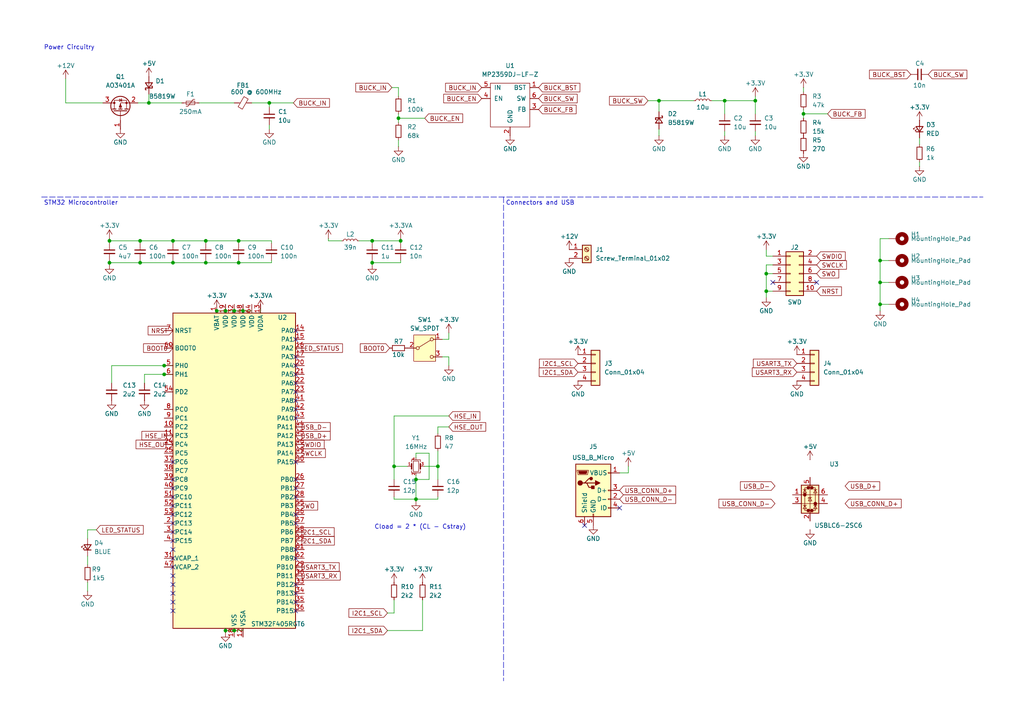
<source format=kicad_sch>
(kicad_sch (version 20250114) (generator "eeschema") (generator_version "9.0")
  (paper "A4")
  (title_block (title "STM32F4 Test Board") (date "2020-09-25") (rev "2.0") (company "Phil's Lab"))
  (lib_symbols
    (symbol "Connector:Screw_Terminal_01x02" (pin_names (offset 1.016) (hide yes))
      (property "Reference" "J" (at 0 2.54 0))
      (property "Value" "Screw_Terminal_01x02" (at 0 -5.08 0))
      (symbol "Screw_Terminal_01x02_1_1"
        (pin passive line (at -5.08 0 0) (length 3.81) (name "Pin_1") (number "1"))
        (pin passive line (at -5.08 -2.54 0) (length 3.81) (name "Pin_2") (number "2"))
      )
    )
    (symbol "Connector:USB_B_Micro" (pin_names (offset 1.016))
      (property "Reference" "J" (at -5.08 11.43 0))
      (property "Value" "USB_B_Micro" (at -5.08 8.89 0))
      (symbol "USB_B_Micro_1_1"
        (pin passive line (at -2.54 -10.16 90) (length 2.54) (name "Shield") (number "6"))
        (pin power_out line (at 0 -10.16 90) (length 2.54) (name "GND") (number "5"))
        (pin power_out line (at 7.62 5.08 180) (length 2.54) (name "VBUS") (number "1"))
        (pin bidirectional line (at 7.62 0 180) (length 2.54) (name "D+") (number "3"))
        (pin bidirectional line (at 7.62 -2.54 180) (length 2.54) (name "D-") (number "2"))
        (pin passive line (at 7.62 -5.08 180) (length 2.54) (name "ID") (number "4"))
      )
    )
    (symbol "Connector_Generic:Conn_01x04" (pin_names (offset 1.016) (hide yes))
      (property "Reference" "J" (at 0 5.08 0))
      (property "Value" "Conn_01x04" (at 0 -7.62 0))
      (symbol "Conn_01x04_1_1"
        (pin passive line (at -5.08 2.54 0) (length 3.81) (name "Pin_1") (number "1"))
        (pin passive line (at -5.08 0 0) (length 3.81) (name "Pin_2") (number "2"))
        (pin passive line (at -5.08 -2.54 0) (length 3.81) (name "Pin_3") (number "3"))
        (pin passive line (at -5.08 -5.08 0) (length 3.81) (name "Pin_4") (number "4"))
      )
    )
    (symbol "Connector_Generic:Conn_02x05_Odd_Even" (pin_names (offset 1.016) (hide yes))
      (property "Reference" "J" (at 1.27 7.62 0))
      (property "Value" "Conn_02x05_Odd_Even" (at 1.27 -7.62 0))
      (symbol "Conn_02x05_Odd_Even_1_1"
        (pin passive line (at -5.08 5.08 0) (length 3.81) (name "Pin_1") (number "1"))
        (pin passive line (at -5.08 2.54 0) (length 3.81) (name "Pin_3") (number "3"))
        (pin passive line (at -5.08 0 0) (length 3.81) (name "Pin_5") (number "5"))
        (pin passive line (at -5.08 -2.54 0) (length 3.81) (name "Pin_7") (number "7"))
        (pin passive line (at -5.08 -5.08 0) (length 3.81) (name "Pin_9") (number "9"))
        (pin passive line (at 7.62 5.08 180) (length 3.81) (name "Pin_2") (number "2"))
        (pin passive line (at 7.62 2.54 180) (length 3.81) (name "Pin_4") (number "4"))
        (pin passive line (at 7.62 0 180) (length 3.81) (name "Pin_6") (number "6"))
        (pin passive line (at 7.62 -2.54 180) (length 3.81) (name "Pin_8") (number "8"))
        (pin passive line (at 7.62 -5.08 180) (length 3.81) (name "Pin_10") (number "10"))
      )
    )
    (symbol "Device:C_Small" (pin_numbers (hide yes)) (pin_names (offset 0.254) (hide yes))
      (property "Reference" "C" (at 0.254 1.778 0))
      (property "Value" "C_Small" (at 0.254 -2.032 0))
      (symbol "C_Small_1_1"
        (pin passive line (at 0 2.54 270) (length 2.032) (name "~") (number "1"))
        (pin passive line (at 0 -2.54 90) (length 2.032) (name "~") (number "2"))
      )
    )
    (symbol "Device:Crystal_GND24_Small" (pin_names (offset 1.016) (hide yes))
      (property "Reference" "Y" (at 1.27 4.445 0))
      (property "Value" "Crystal_GND24_Small" (at 1.27 2.54 0))
      (symbol "Crystal_GND24_Small_1_1"
        (pin passive line (at -2.54 0 0) (length 1.27) (name "1") (number "1"))
        (pin passive line (at 0 2.54 270) (length 0.635) (name "4") (number "4"))
        (pin passive line (at 0 -2.54 90) (length 0.635) (name "2") (number "2"))
        (pin passive line (at 2.54 0 180) (length 1.27) (name "3") (number "3"))
      )
    )
    (symbol "Device:D_Schottky_Small" (pin_numbers (hide yes)) (pin_names (offset 0.254) (hide yes))
      (property "Reference" "D" (at -1.27 2.032 0))
      (property "Value" "D_Schottky_Small" (at -7.112 -2.032 0))
      (symbol "D_Schottky_Small_1_1"
        (pin passive line (at -2.54 0 0) (length 1.778) (name "K") (number "1"))
        (pin passive line (at 2.54 0 180) (length 1.778) (name "A") (number "2"))
      )
    )
    (symbol "Device:Ferrite_Bead_Small" (pin_numbers (hide yes)) (pin_names (offset 0))
      (property "Reference" "FB" (at 1.905 1.27 0))
      (property "Value" "Device_Ferrite_Bead_Small" (at 1.905 -1.27 0))
      (symbol "Ferrite_Bead_Small_1_1"
        (pin passive line (at 0 2.54 270) (length 1.27) (name "~") (number "1"))
        (pin passive line (at 0 -2.54 90) (length 1.27) (name "~") (number "2"))
      )
    )
    (symbol "Device:LED_Small" (pin_numbers (hide yes)) (pin_names (offset 0.254) (hide yes))
      (property "Reference" "D" (at -1.27 3.175 0))
      (property "Value" "LED_Small" (at -4.445 -2.54 0))
      (symbol "LED_Small_1_1"
        (pin passive line (at -2.54 0 0) (length 1.778) (name "K") (number "1"))
        (pin passive line (at 2.54 0 180) (length 1.778) (name "A") (number "2"))
      )
    )
    (symbol "Device:L_Small" (pin_numbers (hide yes)) (pin_names (offset 0.254) (hide yes))
      (property "Reference" "L" (at 0.762 1.016 0))
      (property "Value" "L_Small" (at 0.762 -1.016 0))
      (symbol "L_Small_1_1"
        (pin passive line (at 0 2.54 270) (length 0.508) (name "~") (number "1"))
        (pin passive line (at 0 -2.54 90) (length 0.508) (name "~") (number "2"))
      )
    )
    (symbol "Device:Polyfuse_Small" (pin_numbers (hide yes)) (pin_names (offset 0))
      (property "Reference" "F" (at -1.905 0 90))
      (property "Value" "Polyfuse_Small" (at 1.905 0 90))
      (symbol "Polyfuse_Small_1_1"
        (pin passive line (at 0 2.54 270) (length 0.635) (name "~") (number "1"))
        (pin passive line (at 0 -2.54 90) (length 0.635) (name "~") (number "2"))
      )
    )
    (symbol "Device:R_Small" (pin_numbers (hide yes)) (pin_names (offset 0.254) (hide yes))
      (property "Reference" "R" (at 0 0 90))
      (property "Value" "R_Small" (at 1.778 0 90))
      (symbol "R_Small_1_1"
        (pin passive line (at 0 2.54 270) (length 0.762) (name "~") (number "1"))
        (pin passive line (at 0 -2.54 90) (length 0.762) (name "~") (number "2"))
      )
    )
    (symbol "MCU_ST_STM32F4:STM32F405RGTx"
      (property "Reference" "U" (at -17.78 46.99 0))
      (property "Value" "STM32F405RGTx" (at 10.16 46.99 0))
      (symbol "STM32F405RGTx_1_1"
        (pin input line (at -20.32 40.64 0) (length 2.54) (name "NRST") (number "7"))
        (pin input line (at -20.32 35.56 0) (length 2.54) (name "BOOT0") (number "60"))
        (pin bidirectional line (at -20.32 30.48 0) (length 2.54) (name "PH0") (number "5"))
        (pin bidirectional line (at -20.32 27.94 0) (length 2.54) (name "PH1") (number "6"))
        (pin bidirectional line (at -20.32 22.86 0) (length 2.54) (name "PD2") (number "54"))
        (pin bidirectional line (at -20.32 17.78 0) (length 2.54) (name "PC0") (number "8"))
        (pin bidirectional line (at -20.32 15.24 0) (length 2.54) (name "PC1") (number "9"))
        (pin bidirectional line (at -20.32 12.7 0) (length 2.54) (name "PC2") (number "10"))
        (pin bidirectional line (at -20.32 10.16 0) (length 2.54) (name "PC3") (number "11"))
        (pin bidirectional line (at -20.32 7.62 0) (length 2.54) (name "PC4") (number "24"))
        (pin bidirectional line (at -20.32 5.08 0) (length 2.54) (name "PC5") (number "25"))
        (pin bidirectional line (at -20.32 2.54 0) (length 2.54) (name "PC6") (number "37"))
        (pin bidirectional line (at -20.32 0 0) (length 2.54) (name "PC7") (number "38"))
        (pin bidirectional line (at -20.32 -2.54 0) (length 2.54) (name "PC8") (number "39"))
        (pin bidirectional line (at -20.32 -5.08 0) (length 2.54) (name "PC9") (number "40"))
        (pin bidirectional line (at -20.32 -7.62 0) (length 2.54) (name "PC10") (number "51"))
        (pin bidirectional line (at -20.32 -10.16 0) (length 2.54) (name "PC11") (number "52"))
        (pin bidirectional line (at -20.32 -12.7 0) (length 2.54) (name "PC12") (number "53"))
        (pin bidirectional line (at -20.32 -15.24 0) (length 2.54) (name "PC13") (number "2"))
        (pin bidirectional line (at -20.32 -17.78 0) (length 2.54) (name "PC14") (number "3"))
        (pin bidirectional line (at -20.32 -20.32 0) (length 2.54) (name "PC15") (number "4"))
        (pin power_out line (at -20.32 -25.4 0) (length 2.54) (name "VCAP_1") (number "31"))
        (pin power_out line (at -20.32 -27.94 0) (length 2.54) (name "VCAP_2") (number "47"))
        (pin power_in line (at -5.08 48.26 270) (length 2.54) (name "VBAT") (number "1"))
        (pin power_in line (at -2.54 48.26 270) (length 2.54) (name "VDD") (number "19"))
        (pin power_in line (at 0 48.26 270) (length 2.54) (name "VDD") (number "32"))
        (pin power_in line (at 0 -48.26 90) (length 2.54) (name "VSS") (number "18"))
        (pin passive line (at 0 -48.26 90) (length 2.54) (hide yes) (name "VSS") (number "63"))
        (pin power_in line (at 2.54 48.26 270) (length 2.54) (name "VDD") (number "48"))
        (pin power_in line (at 2.54 -48.26 90) (length 2.54) (name "VSSA") (number "12"))
        (pin power_in line (at 5.08 48.26 270) (length 2.54) (name "VDD") (number "64"))
        (pin power_in line (at 7.62 48.26 270) (length 2.54) (name "VDDA") (number "13"))
        (pin bidirectional line (at 20.32 40.64 180) (length 2.54) (name "PA0") (number "14"))
        (pin bidirectional line (at 20.32 38.1 180) (length 2.54) (name "PA1") (number "15"))
        (pin bidirectional line (at 20.32 35.56 180) (length 2.54) (name "PA2") (number "16"))
        (pin bidirectional line (at 20.32 33.02 180) (length 2.54) (name "PA3") (number "17"))
        (pin bidirectional line (at 20.32 30.48 180) (length 2.54) (name "PA4") (number "20"))
        (pin bidirectional line (at 20.32 27.94 180) (length 2.54) (name "PA5") (number "21"))
        (pin bidirectional line (at 20.32 25.4 180) (length 2.54) (name "PA6") (number "22"))
        (pin bidirectional line (at 20.32 22.86 180) (length 2.54) (name "PA7") (number "23"))
        (pin bidirectional line (at 20.32 20.32 180) (length 2.54) (name "PA8") (number "41"))
        (pin bidirectional line (at 20.32 17.78 180) (length 2.54) (name "PA9") (number "42"))
        (pin bidirectional line (at 20.32 15.24 180) (length 2.54) (name "PA10") (number "43"))
        (pin bidirectional line (at 20.32 12.7 180) (length 2.54) (name "PA11") (number "44"))
        (pin bidirectional line (at 20.32 10.16 180) (length 2.54) (name "PA12") (number "45"))
        (pin bidirectional line (at 20.32 7.62 180) (length 2.54) (name "PA13") (number "46"))
        (pin bidirectional line (at 20.32 5.08 180) (length 2.54) (name "PA14") (number "49"))
        (pin bidirectional line (at 20.32 2.54 180) (length 2.54) (name "PA15") (number "50"))
        (pin bidirectional line (at 20.32 -2.54 180) (length 2.54) (name "PB0") (number "26"))
        (pin bidirectional line (at 20.32 -5.08 180) (length 2.54) (name "PB1") (number "27"))
        (pin bidirectional line (at 20.32 -7.62 180) (length 2.54) (name "PB2") (number "28"))
        (pin bidirectional line (at 20.32 -10.16 180) (length 2.54) (name "PB3") (number "55"))
        (pin bidirectional line (at 20.32 -12.7 180) (length 2.54) (name "PB4") (number "56"))
        (pin bidirectional line (at 20.32 -15.24 180) (length 2.54) (name "PB5") (number "57"))
        (pin bidirectional line (at 20.32 -17.78 180) (length 2.54) (name "PB6") (number "58"))
        (pin bidirectional line (at 20.32 -20.32 180) (length 2.54) (name "PB7") (number "59"))
        (pin bidirectional line (at 20.32 -22.86 180) (length 2.54) (name "PB8") (number "61"))
        (pin bidirectional line (at 20.32 -25.4 180) (length 2.54) (name "PB9") (number "62"))
        (pin bidirectional line (at 20.32 -27.94 180) (length 2.54) (name "PB10") (number "29"))
        (pin bidirectional line (at 20.32 -30.48 180) (length 2.54) (name "PB11") (number "30"))
        (pin bidirectional line (at 20.32 -33.02 180) (length 2.54) (name "PB12") (number "33"))
        (pin bidirectional line (at 20.32 -35.56 180) (length 2.54) (name "PB13") (number "34"))
        (pin bidirectional line (at 20.32 -38.1 180) (length 2.54) (name "PB14") (number "35"))
        (pin bidirectional line (at 20.32 -40.64 180) (length 2.54) (name "PB15") (number "36"))
      )
    )
    (symbol "Mechanical:MountingHole_Pad" (pin_numbers (hide yes)) (pin_names (offset 1.016) (hide yes)) (in_bom no)
      (property "Reference" "H" (at 0 6.35 0))
      (property "Value" "MountingHole_Pad" (at 0 4.445 0))
      (symbol "MountingHole_Pad_1_1"
        (pin input line (at 0 -2.54 90) (length 2.54) (name "1") (number "1"))
      )
    )
    (symbol "Power_Protection:USBLC6-2SC6" (pin_names (hide yes))
      (property "Reference" "U" (at 0.635 5.715 0))
      (property "Value" "USBLC6-2SC6" (at 0.635 3.81 0))
      (symbol "USBLC6-2SC6_1_1"
        (pin passive line (at -5.08 0 0) (length 2.54) (name "I/O1") (number "1"))
        (pin passive line (at -5.08 -2.54 0) (length 2.54) (name "I/O2") (number "3"))
        (pin passive line (at 0 5.08 270) (length 2.54) (name "VBUS") (number "5"))
        (pin passive line (at 0 -7.62 90) (length 2.54) (name "GND") (number "2"))
        (pin passive line (at 5.08 0 180) (length 2.54) (name "I/O1") (number "6"))
        (pin passive line (at 5.08 -2.54 180) (length 2.54) (name "I/O2") (number "4"))
      )
    )
    (symbol "SchmillipKiCADLibrary:MP2359DJ-LF-Z" (pin_names (offset 1.016))
      (property "Reference" "U" (at 0 9.525 0))
      (property "Value" "SchmillipKiCADLibrary_MP2359DJ-LF-Z" (at 10.16 -6.35 0))
      (symbol "MP2359DJ-LF-Z_1_1"
        (pin power_in line (at -8.255 6.35 0) (length 2.54) (name "IN") (number "5"))
        (pin input line (at -8.255 3.175 0) (length 2.54) (name "EN") (number "4"))
        (pin power_in line (at 0 -7.62 90) (length 2.54) (name "GND") (number "2"))
        (pin input line (at 8.255 6.35 180) (length 2.54) (name "BST") (number "1"))
        (pin power_out line (at 8.255 3.175 180) (length 2.54) (name "SW") (number "6"))
        (pin input line (at 8.255 0 180) (length 2.54) (name "FB") (number "3"))
      )
    )
    (symbol "Switch:SW_SPDT" (pin_names (offset 0) (hide yes))
      (property "Reference" "SW" (at 0 5.08 0))
      (property "Value" "SW_SPDT" (at 0 -5.08 0))
      (symbol "SW_SPDT_1_1"
        (pin passive line (at -5.08 0 0) (length 2.54) (name "B") (number "2"))
        (pin passive line (at 5.08 2.54 180) (length 2.54) (name "A") (number "1"))
        (pin passive line (at 5.08 -2.54 180) (length 2.54) (name "C") (number "3"))
      )
    )
    (symbol "Transistor_FET:AO3401A" (pin_names (hide yes))
      (property "Reference" "Q" (at 5.08 1.905 0))
      (property "Value" "AO3401A" (at 5.08 0 0))
      (symbol "AO3401A_1_1"
        (pin input line (at -5.08 0 0) (length 2.54) (name "G") (number "1"))
        (pin passive line (at 2.54 5.08 270) (length 2.54) (name "D") (number "3"))
        (pin passive line (at 2.54 -5.08 90) (length 2.54) (name "S") (number "2"))
      )
    )
    (symbol "power:+12V" (power) (pin_numbers (hide yes)) (pin_names (offset 0) (hide yes))
      (property "Value" "+12V" (at 0 3.556 0))
      (symbol "+12V_1_1"
        (pin power_in line (at 0 0 90) (length 0) (name "~") (number "1"))
      )
    )
    (symbol "power:+3.3V" (power) (pin_numbers (hide yes)) (pin_names (offset 0) (hide yes))
      (property "Value" "+3.3V" (at 0 3.556 0))
      (symbol "+3.3V_1_1"
        (pin power_in line (at 0 0 90) (length 0) (name "~") (number "1"))
      )
    )
    (symbol "power:+3.3VA" (power) (pin_numbers (hide yes)) (pin_names (offset 0) (hide yes))
      (property "Value" "+3.3VA" (at 0 3.556 0))
      (symbol "+3.3VA_1_1"
        (pin power_in line (at 0 0 90) (length 0) (name "~") (number "1"))
      )
    )
    (symbol "power:+5V" (power) (pin_numbers (hide yes)) (pin_names (offset 0) (hide yes))
      (property "Value" "+5V" (at 0 3.556 0))
      (symbol "+5V_1_1"
        (pin power_in line (at 0 0 90) (length 0) (name "~") (number "1"))
      )
    )
    (symbol "power:GND" (power) (pin_numbers (hide yes)) (pin_names (offset 0) (hide yes))
      (property "Value" "GND" (at 0 -3.81 0))
      (symbol "GND_1_1"
        (pin power_in line (at 0 0 270) (length 0) (name "~") (number "1"))
      )
    )
  )
  (text "STM32 Microcontroller" (at 12.7 59.69 0) (effects (font (size 1.27 1.27)) (justify left bottom)))
  (text "Power Circuitry" (at 12.7 14.605 0) (effects (font (size 1.27 1.27)) (justify left bottom)))
  (text "Cload = 2 * (CL - Cstray)" (at 108.585 153.67 0) (effects (font (size 1.27 1.27)) (justify left bottom)))
  (text "Connectors and USB" (at 146.685 59.69 0) (effects (font (size 1.27 1.27)) (justify left bottom)))
  (junction (at 31.75 76.2))
  (junction (at 47.625 106.045))
  (junction (at 67.945 182.88))
  (junction (at 50.165 69.85))
  (junction (at 69.215 76.2))
  (junction (at 40.64 76.2))
  (junction (at 255.27 88.265))
  (junction (at 127 135.255))
  (junction (at 50.165 76.2))
  (junction (at 65.405 182.88))
  (junction (at 62.865 90.17))
  (junction (at 40.64 69.85))
  (junction (at 43.18 29.845))
  (junction (at 59.69 76.2))
  (junction (at 67.945 90.17))
  (junction (at 191.135 29.21))
  (junction (at 219.075 29.21))
  (junction (at 70.485 90.17))
  (junction (at 116.205 69.85))
  (junction (at 69.215 69.85))
  (junction (at 114.3 135.255))
  (junction (at 210.185 29.21))
  (junction (at 78.105 29.845))
  (junction (at 59.69 69.85))
  (junction (at 107.95 69.85))
  (junction (at 255.27 75.565))
  (junction (at 255.27 81.915))
  (junction (at 222.25 79.375))
  (junction (at 120.65 144.78))
  (junction (at 107.95 76.2))
  (junction (at 31.75 69.85))
  (junction (at 222.25 84.455))
  (junction (at 120.65 139.065))
  (junction (at 47.625 108.585))
  (junction (at 65.405 90.17))
  (junction (at 233.045 33.02))
  (junction (at 115.57 34.29))
  (no_connect (at 50.165 169.545))
  (no_connect (at 85.725 133.985))
  (no_connect (at 85.725 139.065))
  (no_connect (at 85.725 98.425))
  (no_connect (at 85.725 106.045))
  (no_connect (at 224.155 81.915))
  (no_connect (at 50.165 161.925))
  (no_connect (at 85.725 177.165))
  (no_connect (at 85.725 151.765))
  (no_connect (at 169.545 152.4))
  (no_connect (at 50.165 167.005))
  (no_connect (at 50.165 133.985))
  (no_connect (at 85.725 95.885))
  (no_connect (at 236.855 81.915))
  (no_connect (at 85.725 121.285))
  (no_connect (at 50.165 144.145))
  (no_connect (at 50.165 149.225))
  (no_connect (at 85.725 172.085))
  (no_connect (at 50.165 174.625))
  (no_connect (at 85.725 116.205))
  (no_connect (at 50.165 141.605))
  (no_connect (at 50.165 139.065))
  (no_connect (at 85.725 141.605))
  (no_connect (at 85.725 161.925))
  (no_connect (at 85.725 149.225))
  (no_connect (at 85.725 159.385))
  (no_connect (at 85.725 103.505))
  (no_connect (at 85.725 111.125))
  (no_connect (at 50.165 164.465))
  (no_connect (at 50.165 159.385))
  (no_connect (at 85.725 169.545))
  (no_connect (at 50.165 154.305))
  (no_connect (at 85.725 118.745))
  (no_connect (at 85.725 108.585))
  (no_connect (at 50.165 177.165))
  (no_connect (at 179.705 147.32))
  (no_connect (at 85.725 113.665))
  (no_connect (at 85.725 174.625))
  (no_connect (at 50.165 146.685))
  (no_connect (at 50.165 151.765))
  (no_connect (at 50.165 172.085))
  (no_connect (at 85.725 144.145))
  (no_connect (at 50.165 156.845))
  (wire (pts (xy 224.155 76.835) (xy 222.25 76.835)))
  (wire (pts (xy 233.045 26.67) (xy 233.045 25.4)))
  (wire (pts (xy 47.625 108.585) (xy 50.165 108.585)))
  (wire (pts (xy 67.945 90.17) (xy 70.485 90.17)))
  (wire (pts (xy 255.27 75.565) (xy 255.27 69.215)))
  (wire (pts (xy 115.57 42.545) (xy 115.57 40.64)))
  (wire (pts (xy 31.75 69.215) (xy 31.75 69.85)))
  (wire (pts (xy 255.27 69.215) (xy 257.81 69.215)))
  (wire (pts (xy 41.91 108.585) (xy 47.625 108.585)))
  (wire (pts (xy 31.75 76.835) (xy 31.75 76.2)))
  (wire (pts (xy 40.005 29.845) (xy 43.18 29.845)))
  (wire (pts (xy 115.57 35.56) (xy 115.57 34.29)))
  (wire (pts (xy 107.95 69.85) (xy 104.14 69.85)))
  (wire (pts (xy 266.7 41.91) (xy 266.7 40.005)))
  (wire (pts (xy 59.69 69.85) (xy 69.215 69.85)))
  (wire (pts (xy 120.65 144.78) (xy 114.3 144.78)))
  (wire (pts (xy 67.945 90.805) (xy 67.945 90.17)))
  (wire (pts (xy 112.395 182.88) (xy 122.555 182.88)))
  (wire (pts (xy 219.075 39.37) (xy 219.075 38.1)))
  (wire (pts (xy 115.57 25.4) (xy 115.57 27.94)))
  (wire (pts (xy 59.69 70.485) (xy 59.69 69.85)))
  (wire (pts (xy 130.175 106.045) (xy 130.175 103.505)))
  (wire (pts (xy 69.215 76.2) (xy 78.74 76.2)))
  (wire (pts (xy 69.215 75.565) (xy 69.215 76.2)))
  (wire (pts (xy 114.3 120.65) (xy 130.175 120.65)))
  (wire (pts (xy 69.215 70.485) (xy 69.215 69.85)))
  (wire (pts (xy 25.4 163.83) (xy 25.4 161.29)))
  (wire (pts (xy 27.94 153.67) (xy 25.4 153.67)))
  (wire (pts (xy 43.18 27.305) (xy 43.18 29.845)))
  (wire (pts (xy 120.65 145.415) (xy 120.65 144.78)))
  (wire (pts (xy 222.25 79.375) (xy 222.25 84.455)))
  (wire (pts (xy 179.705 137.16) (xy 182.245 137.16)))
  (wire (pts (xy 107.95 76.2) (xy 116.205 76.2)))
  (wire (pts (xy 255.27 90.17) (xy 255.27 88.265)))
  (wire (pts (xy 62.865 89.535) (xy 62.865 90.17)))
  (wire (pts (xy 123.19 34.29) (xy 115.57 34.29)))
  (wire (pts (xy 78.105 37.465) (xy 78.105 36.195)))
  (wire (pts (xy 219.075 27.94) (xy 219.075 29.21)))
  (wire (pts (xy 50.165 70.485) (xy 50.165 69.85)))
  (wire (pts (xy 40.64 69.85) (xy 50.165 69.85)))
  (wire (pts (xy 210.185 39.37) (xy 210.185 38.1)))
  (wire (pts (xy 116.205 76.2) (xy 116.205 75.565)))
  (wire (pts (xy 222.25 76.835) (xy 222.25 79.375)))
  (wire (pts (xy 65.405 90.17) (xy 67.945 90.17)))
  (wire (pts (xy 233.045 33.02) (xy 233.045 31.75)))
  (wire (pts (xy 78.74 76.2) (xy 78.74 75.565)))
  (wire (pts (xy 255.27 81.915) (xy 255.27 75.565)))
  (wire (pts (xy 127 130.81) (xy 127 135.255)))
  (wire (pts (xy 233.045 33.02) (xy 233.045 34.29)))
  (wire (pts (xy 115.57 34.29) (xy 115.57 33.02)))
  (wire (pts (xy 210.185 33.02) (xy 210.185 29.21)))
  (wire (pts (xy 255.27 88.265) (xy 255.27 81.915)))
  (wire (pts (xy 120.65 144.78) (xy 127 144.78)))
  (wire (pts (xy 222.25 72.39) (xy 222.25 74.295)))
  (wire (pts (xy 62.865 90.17) (xy 65.405 90.17)))
  (wire (pts (xy 191.135 39.37) (xy 191.135 37.465)))
  (wire (pts (xy 59.69 75.565) (xy 59.69 76.2)))
  (wire (pts (xy 222.25 84.455) (xy 222.25 86.36)))
  (wire (pts (xy 31.75 76.2) (xy 31.75 75.565)))
  (wire (pts (xy 116.205 69.85) (xy 107.95 69.85)))
  (wire (pts (xy 70.485 182.88) (xy 70.485 182.245)))
  (wire (pts (xy 59.69 76.2) (xy 69.215 76.2)))
  (wire (pts (xy 130.175 103.505) (xy 128.27 103.505)))
  (wire (pts (xy 219.075 33.02) (xy 219.075 29.21)))
  (wire (pts (xy 65.405 183.515) (xy 65.405 182.88)))
  (wire (pts (xy 95.25 69.85) (xy 99.06 69.85)))
  (wire (pts (xy 116.205 70.485) (xy 116.205 69.85)))
  (polyline (pts (xy 146.05 57.15) (xy 146.05 197.485)) (stroke (width 0) (type dash)))
  (wire (pts (xy 240.03 33.02) (xy 233.045 33.02)))
  (wire (pts (xy 130.175 123.825) (xy 127 123.825)))
  (wire (pts (xy 224.155 84.455) (xy 222.25 84.455)))
  (wire (pts (xy 31.75 76.2) (xy 40.64 76.2)))
  (wire (pts (xy 191.135 32.385) (xy 191.135 29.21)))
  (wire (pts (xy 114.3 120.65) (xy 114.3 135.255)))
  (wire (pts (xy 116.205 69.215) (xy 116.205 69.85)))
  (wire (pts (xy 31.75 69.85) (xy 31.75 70.485)))
  (wire (pts (xy 40.64 76.2) (xy 50.165 76.2)))
  (wire (pts (xy 31.75 69.85) (xy 40.64 69.85)))
  (wire (pts (xy 69.215 69.85) (xy 78.74 69.85)))
  (wire (pts (xy 40.64 70.485) (xy 40.64 69.85)))
  (wire (pts (xy 32.385 106.045) (xy 47.625 106.045)))
  (wire (pts (xy 50.165 76.2) (xy 59.69 76.2)))
  (wire (pts (xy 130.175 98.425) (xy 130.175 96.52)))
  (wire (pts (xy 70.485 90.17) (xy 73.025 90.17)))
  (wire (pts (xy 257.81 81.915) (xy 255.27 81.915)))
  (wire (pts (xy 67.945 182.88) (xy 70.485 182.88)))
  (wire (pts (xy 114.3 135.255) (xy 118.11 135.255)))
  (wire (pts (xy 210.185 29.21) (xy 206.375 29.21)))
  (wire (pts (xy 50.165 69.85) (xy 59.69 69.85)))
  (wire (pts (xy 257.81 88.265) (xy 255.27 88.265)))
  (wire (pts (xy 95.25 69.215) (xy 95.25 69.85)))
  (wire (pts (xy 114.3 139.065) (xy 114.3 135.255)))
  (wire (pts (xy 257.81 75.565) (xy 255.27 75.565)))
  (wire (pts (xy 124.46 139.065) (xy 120.65 139.065)))
  (wire (pts (xy 222.25 74.295) (xy 224.155 74.295)))
  (wire (pts (xy 65.405 182.88) (xy 65.405 182.245)))
  (wire (pts (xy 127 139.065) (xy 127 135.255)))
  (wire (pts (xy 78.105 31.115) (xy 78.105 29.845)))
  (wire (pts (xy 124.46 131.445) (xy 124.46 139.065)))
  (wire (pts (xy 73.025 90.17) (xy 73.025 90.805)))
  (wire (pts (xy 219.075 29.21) (xy 210.185 29.21)))
  (wire (pts (xy 40.64 75.565) (xy 40.64 76.2)))
  (wire (pts (xy 47.625 106.045) (xy 50.165 106.045)))
  (wire (pts (xy 128.27 98.425) (xy 130.175 98.425)))
  (wire (pts (xy 107.95 76.2) (xy 107.95 75.565)))
  (wire (pts (xy 52.705 29.845) (xy 43.18 29.845)))
  (wire (pts (xy 107.95 70.485) (xy 107.95 69.85)))
  (wire (pts (xy 65.405 90.805) (xy 65.405 90.17)))
  (wire (pts (xy 114.3 144.78) (xy 114.3 144.145)))
  (wire (pts (xy 50.165 75.565) (xy 50.165 76.2)))
  (wire (pts (xy 113.665 25.4) (xy 115.57 25.4)))
  (wire (pts (xy 112.395 177.8) (xy 114.3 177.8)))
  (wire (pts (xy 70.485 90.805) (xy 70.485 90.17)))
  (wire (pts (xy 120.65 137.795) (xy 120.65 139.065)))
  (wire (pts (xy 114.3 177.8) (xy 114.3 173.99)))
  (wire (pts (xy 19.05 22.86) (xy 19.05 29.845)))
  (wire (pts (xy 32.385 111.125) (xy 32.385 106.045)))
  (wire (pts (xy 62.865 90.17) (xy 62.865 90.805)))
  (wire (pts (xy 65.405 182.88) (xy 67.945 182.88)))
  (wire (pts (xy 120.65 139.065) (xy 120.65 144.78)))
  (wire (pts (xy 120.65 132.715) (xy 120.65 131.445)))
  (polyline (pts (xy 12.065 57.15) (xy 285.115 57.15)) (stroke (width 0) (type dash)))
  (wire (pts (xy 67.945 182.245) (xy 67.945 182.88)))
  (wire (pts (xy 41.91 111.125) (xy 41.91 108.585)))
  (wire (pts (xy 78.105 29.845) (xy 73.025 29.845)))
  (wire (pts (xy 201.295 29.21) (xy 191.135 29.21)))
  (wire (pts (xy 120.65 131.445) (xy 124.46 131.445)))
  (wire (pts (xy 85.09 29.845) (xy 78.105 29.845)))
  (wire (pts (xy 75.565 89.535) (xy 75.565 90.805)))
  (wire (pts (xy 25.4 153.67) (xy 25.4 156.21)))
  (wire (pts (xy 266.7 48.26) (xy 266.7 46.99)))
  (wire (pts (xy 123.19 135.255) (xy 127 135.255)))
  (wire (pts (xy 25.4 171.45) (xy 25.4 168.91)))
  (wire (pts (xy 182.245 137.16) (xy 182.245 135.255)))
  (wire (pts (xy 107.95 76.835) (xy 107.95 76.2)))
  (wire (pts (xy 78.74 69.85) (xy 78.74 70.485)))
  (wire (pts (xy 29.845 29.845) (xy 19.05 29.845)))
  (wire (pts (xy 224.155 79.375) (xy 222.25 79.375)))
  (wire (pts (xy 127 123.825) (xy 127 125.73)))
  (wire (pts (xy 122.555 182.88) (xy 122.555 173.99)))
  (wire (pts (xy 191.135 29.21) (xy 187.96 29.21)))
  (wire (pts (xy 57.785 29.845) (xy 67.945 29.845)))
  (wire (pts (xy 127 144.78) (xy 127 144.145)))
  (global_label "SWO" (shape input) (at 85.725 146.685 0) (property "Intersheetrefs" "${INTERSHEET_REFS}" (effects (hide yes))))
  (global_label "I2C1_SDA" (shape input) (at 167.64 107.95 180) (property "Intersheetrefs" "${INTERSHEET_REFS}" (effects (hide yes))))
  (global_label "USB_D-" (shape input) (at 85.725 123.825 0) (property "Intersheetrefs" "${INTERSHEET_REFS}" (effects (hide yes))))
  (global_label "USB_D+" (shape input) (at 245.11 140.97 0) (property "Intersheetrefs" "${INTERSHEET_REFS}" (effects (hide yes))))
  (global_label "USART3_TX" (shape input) (at 231.14 105.41 180) (property "Intersheetrefs" "${INTERSHEET_REFS}" (effects (hide yes))))
  (global_label "I2C1_SDA" (shape input) (at 112.395 182.88 180) (property "Intersheetrefs" "${INTERSHEET_REFS}" (effects (hide yes))))
  (global_label "SWDIO" (shape input) (at 85.725 128.905 0) (property "Intersheetrefs" "${INTERSHEET_REFS}" (effects (hide yes))))
  (global_label "USB_CONN_D-" (shape input) (at 224.79 146.05 180) (property "Intersheetrefs" "${INTERSHEET_REFS}" (effects (hide yes))))
  (global_label "USB_CONN_D+" (shape input) (at 179.705 142.24 0) (property "Intersheetrefs" "${INTERSHEET_REFS}" (effects (hide yes))))
  (global_label "USB_CONN_D-" (shape input) (at 179.705 144.78 0) (property "Intersheetrefs" "${INTERSHEET_REFS}" (effects (hide yes))))
  (global_label "BUCK_EN" (shape input) (at 123.19 34.29 0) (property "Intersheetrefs" "${INTERSHEET_REFS}" (effects (hide yes))))
  (global_label "BOOT0" (shape input) (at 50.165 100.965 180) (property "Intersheetrefs" "${INTERSHEET_REFS}" (effects (hide yes))))
  (global_label "USB_CONN_D+" (shape input) (at 245.11 146.05 0) (property "Intersheetrefs" "${INTERSHEET_REFS}" (effects (hide yes))))
  (global_label "I2C1_SCL" (shape input) (at 112.395 177.8 180) (property "Intersheetrefs" "${INTERSHEET_REFS}" (effects (hide yes))))
  (global_label "I2C1_SCL" (shape input) (at 167.64 105.41 180) (property "Intersheetrefs" "${INTERSHEET_REFS}" (effects (hide yes))))
  (global_label "BUCK_FB" (shape input) (at 156.21 31.75 0) (property "Intersheetrefs" "${INTERSHEET_REFS}" (effects (hide yes))))
  (global_label "USART3_TX" (shape input) (at 85.725 164.465 0) (property "Intersheetrefs" "${INTERSHEET_REFS}" (effects (hide yes))))
  (global_label "BUCK_SW" (shape input) (at 269.24 21.59 0) (property "Intersheetrefs" "${INTERSHEET_REFS}" (effects (hide yes))))
  (global_label "USART3_RX" (shape input) (at 85.725 167.005 0) (property "Intersheetrefs" "${INTERSHEET_REFS}" (effects (hide yes))))
  (global_label "SWO" (shape input) (at 236.855 79.375 0) (property "Intersheetrefs" "${INTERSHEET_REFS}" (effects (hide yes))))
  (global_label "SWDIO" (shape input) (at 236.855 74.295 0) (property "Intersheetrefs" "${INTERSHEET_REFS}" (effects (hide yes))))
  (global_label "HSE_IN" (shape input) (at 50.165 126.365 180) (property "Intersheetrefs" "${INTERSHEET_REFS}" (effects (hide yes))))
  (global_label "USART3_RX" (shape input) (at 231.14 107.95 180) (property "Intersheetrefs" "${INTERSHEET_REFS}" (effects (hide yes))))
  (global_label "BUCK_BST" (shape input) (at 264.16 21.59 180) (property "Intersheetrefs" "${INTERSHEET_REFS}" (effects (hide yes))))
  (global_label "BUCK_SW" (shape input) (at 156.21 28.575 0) (property "Intersheetrefs" "${INTERSHEET_REFS}" (effects (hide yes))))
  (global_label "HSE_IN" (shape input) (at 130.175 120.65 0) (property "Intersheetrefs" "${INTERSHEET_REFS}" (effects (hide yes))))
  (global_label "LED_STATUS" (shape input) (at 27.94 153.67 0) (property "Intersheetrefs" "${INTERSHEET_REFS}" (effects (hide yes))))
  (global_label "HSE_OUT" (shape input) (at 50.165 128.905 180) (property "Intersheetrefs" "${INTERSHEET_REFS}" (effects (hide yes))))
  (global_label "LED_STATUS" (shape input) (at 85.725 100.965 0) (property "Intersheetrefs" "${INTERSHEET_REFS}" (effects (hide yes))))
  (global_label "BUCK_FB" (shape input) (at 240.03 33.02 0) (property "Intersheetrefs" "${INTERSHEET_REFS}" (effects (hide yes))))
  (global_label "HSE_OUT" (shape input) (at 130.175 123.825 0) (property "Intersheetrefs" "${INTERSHEET_REFS}" (effects (hide yes))))
  (global_label "SWCLK" (shape input) (at 85.725 131.445 0) (property "Intersheetrefs" "${INTERSHEET_REFS}" (effects (hide yes))))
  (global_label "BUCK_IN" (shape input) (at 85.09 29.845 0) (property "Intersheetrefs" "${INTERSHEET_REFS}" (effects (hide yes))))
  (global_label "BUCK_BST" (shape input) (at 156.21 25.4 0) (property "Intersheetrefs" "${INTERSHEET_REFS}" (effects (hide yes))))
  (global_label "BUCK_EN" (shape input) (at 139.7 28.575 180) (property "Intersheetrefs" "${INTERSHEET_REFS}" (effects (hide yes))))
  (global_label "USB_D-" (shape input) (at 224.79 140.97 180) (property "Intersheetrefs" "${INTERSHEET_REFS}" (effects (hide yes))))
  (global_label "BOOT0" (shape input) (at 113.03 100.965 180) (property "Intersheetrefs" "${INTERSHEET_REFS}" (effects (hide yes))))
  (global_label "I2C1_SDA" (shape input) (at 85.725 156.845 0) (property "Intersheetrefs" "${INTERSHEET_REFS}" (effects (hide yes))))
  (global_label "BUCK_IN" (shape input) (at 113.665 25.4 180) (property "Intersheetrefs" "${INTERSHEET_REFS}" (effects (hide yes))))
  (global_label "BUCK_IN" (shape input) (at 139.7 25.4 180) (property "Intersheetrefs" "${INTERSHEET_REFS}" (effects (hide yes))))
  (global_label "NRST" (shape input) (at 50.165 95.885 180) (property "Intersheetrefs" "${INTERSHEET_REFS}" (effects (hide yes))))
  (global_label "USB_D+" (shape input) (at 85.725 126.365 0) (property "Intersheetrefs" "${INTERSHEET_REFS}" (effects (hide yes))))
  (global_label "BUCK_SW" (shape input) (at 187.96 29.21 180) (property "Intersheetrefs" "${INTERSHEET_REFS}" (effects (hide yes))))
  (global_label "I2C1_SCL" (shape input) (at 85.725 154.305 0) (property "Intersheetrefs" "${INTERSHEET_REFS}" (effects (hide yes))))
  (global_label "NRST" (shape input) (at 236.855 84.455 0) (property "Intersheetrefs" "${INTERSHEET_REFS}" (effects (hide yes))))
  (global_label "SWCLK" (shape input) (at 236.855 76.835 0) (property "Intersheetrefs" "${INTERSHEET_REFS}" (effects (hide yes))))
  (symbol (lib_id "MCU_ST_STM32F4:STM32F405RGTx") (at 67.945 136.525 0) (unit 1)
    (property "Reference" "U2" (at 81.915 92.075 0))
    (property "Value" "STM32F405RGT6" (at 80.645 180.975 0))
    (property "Footprint" "Package_QFP:LQFP-64_10x10mm_P0.5mm" (effects (hide yes)))
    (property "Datasheet" "http://www.st.com/st-web-ui/static/active/en/resource/technical/document/datasheet/DM00037051.pdf" (effects (hide yes)))
    (property "LCSC Part #" "C15742" (effects (hide yes)))
  )
  (symbol (lib_id "power:GND") (at 65.405 183.515 0) (unit 1)
    (property "Reference" "#PWR042" (effects (hide yes)))
    (property "Value" "GND" (at 65.405 187.325 0))
  )
  (symbol (lib_id "power:+3.3V") (at 62.865 89.535 0) (unit 1)
    (property "Reference" "#PWR024" (effects (hide yes)))
    (property "Value" "+3.3V" (at 62.865 85.725 0))
  )
  (symbol (lib_id "power:+3.3VA") (at 75.565 89.535 0) (unit 1)
    (property "Reference" "#PWR025" (effects (hide yes)))
    (property "Value" "+3.3VA" (at 75.565 85.725 0))
  )
  (symbol (lib_id "Device:C_Small") (at 41.91 113.665 0) (unit 1)
    (property "Reference" "C14" (at 44.45 111.76 0) (effects (justify left)))
    (property "Value" "2u2" (at 44.45 114.3 0) (effects (justify left)))
    (property "Footprint" "Capacitor_SMD:C_0603_1608Metric" (effects (hide yes)))
    (property "LCSC Part #" "C23630" (effects (hide yes)))
  )
  (symbol (lib_id "Device:C_Small") (at 32.385 113.665 0) (unit 1)
    (property "Reference" "C13" (at 35.56 111.76 0) (effects (justify left)))
    (property "Value" "2u2" (at 35.56 114.3 0) (effects (justify left)))
    (property "Footprint" "Capacitor_SMD:C_0603_1608Metric" (effects (hide yes)))
    (property "LCSC Part #" "C23630" (effects (hide yes)))
  )
  (symbol (lib_id "power:GND") (at 41.91 116.205 0) (unit 1)
    (property "Reference" "#PWR033" (effects (hide yes)))
    (property "Value" "GND" (at 41.91 120.015 0))
  )
  (symbol (lib_id "power:GND") (at 32.385 116.205 0) (unit 1)
    (property "Reference" "#PWR032" (effects (hide yes)))
    (property "Value" "GND" (at 32.385 120.015 0))
  )
  (symbol (lib_id "Switch:SW_SPDT") (at 123.19 100.965 0) (unit 1)
    (property "Reference" "SW1" (at 123.19 92.71 0))
    (property "Value" "SW_SPDT" (at 123.19 95.25 0))
    (property "Footprint" "Button_Switch_SMD:SW_SPDT_PCM12" (effects (hide yes)))
  )
  (symbol (lib_id "Device:R_Small") (at 115.57 100.965 270) (unit 1)
    (property "Reference" "R7" (at 115.57 99.06 90))
    (property "Value" "10k" (at 115.57 102.87 90))
    (property "Footprint" "Resistor_SMD:R_0402_1005Metric" (effects (hide yes)))
    (property "LCSC Part #" "C25744" (effects (hide yes)))
  )
  (symbol (lib_id "power:+3.3V") (at 130.175 96.52 0) (unit 1)
    (property "Reference" "#PWR026" (effects (hide yes)))
    (property "Value" "+3.3V" (at 130.175 92.71 0))
  )
  (symbol (lib_id "power:GND") (at 130.175 106.045 0) (unit 1)
    (property "Reference" "#PWR029" (effects (hide yes)))
    (property "Value" "GND" (at 130.175 109.855 0))
  )
  (symbol (lib_id "Device:C_Small") (at 31.75 73.025 0) (unit 1)
    (property "Reference" "C5" (at 34.29 71.755 0) (effects (justify left)))
    (property "Value" "4u7" (at 34.29 74.295 0) (effects (justify left)))
    (property "Footprint" "Capacitor_SMD:C_0603_1608Metric" (effects (hide yes)))
    (property "LCSC Part #" "C19666" (effects (hide yes)))
  )
  (symbol (lib_id "Device:C_Small") (at 40.64 73.025 0) (unit 1)
    (property "Reference" "C6" (at 43.18 71.755 0) (effects (justify left)))
    (property "Value" "100n" (at 43.18 74.295 0) (effects (justify left)))
    (property "Footprint" "Capacitor_SMD:C_0402_1005Metric" (effects (hide yes)))
    (property "LCSC Part #" "C1525" (effects (hide yes)))
  )
  (symbol (lib_id "Device:C_Small") (at 50.165 73.025 0) (unit 1)
    (property "Reference" "C7" (at 52.705 71.755 0) (effects (justify left)))
    (property "Value" "100n" (at 52.705 74.295 0) (effects (justify left)))
    (property "Footprint" "Capacitor_SMD:C_0402_1005Metric" (effects (hide yes)))
    (property "LCSC Part #" "C1525" (effects (hide yes)))
  )
  (symbol (lib_id "Device:C_Small") (at 59.69 73.025 0) (unit 1)
    (property "Reference" "C8" (at 62.23 71.755 0) (effects (justify left)))
    (property "Value" "100n" (at 62.23 74.295 0) (effects (justify left)))
    (property "Footprint" "Capacitor_SMD:C_0402_1005Metric" (effects (hide yes)))
    (property "LCSC Part #" "C1525" (effects (hide yes)))
  )
  (symbol (lib_id "Device:C_Small") (at 69.215 73.025 0) (unit 1)
    (property "Reference" "C9" (at 71.755 71.755 0) (effects (justify left)))
    (property "Value" "100n" (at 71.755 74.295 0) (effects (justify left)))
    (property "Footprint" "Capacitor_SMD:C_0402_1005Metric" (effects (hide yes)))
    (property "LCSC Part #" "C1525" (effects (hide yes)))
  )
  (symbol (lib_id "Device:C_Small") (at 78.74 73.025 0) (unit 1)
    (property "Reference" "C10" (at 81.28 71.755 0) (effects (justify left)))
    (property "Value" "100n" (at 81.28 74.295 0) (effects (justify left)))
    (property "Footprint" "Capacitor_SMD:C_0402_1005Metric" (effects (hide yes)))
    (property "LCSC Part #" "C1525" (effects (hide yes)))
  )
  (symbol (lib_id "power:+3.3V") (at 31.75 69.215 0) (unit 1)
    (property "Reference" "#PWR015" (effects (hide yes)))
    (property "Value" "+3.3V" (at 31.75 65.405 0))
  )
  (symbol (lib_id "power:GND") (at 31.75 76.835 0) (unit 1)
    (property "Reference" "#PWR021" (effects (hide yes)))
    (property "Value" "GND" (at 31.75 80.645 0))
  )
  (symbol (lib_id "Device:L_Small") (at 101.6 69.85 90) (unit 1)
    (property "Reference" "L2" (at 101.6 67.945 90))
    (property "Value" "39n" (at 101.6 71.755 90))
    (property "Footprint" "Inductor_SMD:L_0402_1005Metric" (effects (hide yes)))
    (property "LCSC Part #" "C26443" (effects (hide yes)))
  )
  (symbol (lib_id "power:+3.3V") (at 95.25 69.215 0) (unit 1)
    (property "Reference" "#PWR016" (effects (hide yes)))
    (property "Value" "+3.3V" (at 95.25 65.405 0))
  )
  (symbol (lib_id "Device:C_Small") (at 107.95 73.025 0) (unit 1)
    (property "Reference" "C11" (at 110.49 71.755 0) (effects (justify left)))
    (property "Value" "1u" (at 110.49 74.295 0) (effects (justify left)))
    (property "Footprint" "Capacitor_SMD:C_0402_1005Metric" (effects (hide yes)))
    (property "LCSC Part #" "C52923" (effects (hide yes)))
  )
  (symbol (lib_id "Device:C_Small") (at 116.205 73.025 0) (unit 1)
    (property "Reference" "C12" (at 118.745 71.755 0) (effects (justify left)))
    (property "Value" "10n" (at 118.745 74.295 0) (effects (justify left)))
    (property "Footprint" "Capacitor_SMD:C_0402_1005Metric" (effects (hide yes)))
    (property "LCSC Part #" "C15195" (effects (hide yes)))
  )
  (symbol (lib_id "power:GND") (at 107.95 76.835 0) (unit 1)
    (property "Reference" "#PWR022" (effects (hide yes)))
    (property "Value" "GND" (at 107.95 80.645 0))
  )
  (symbol (lib_id "power:+3.3VA") (at 116.205 69.215 0) (unit 1)
    (property "Reference" "#PWR017" (effects (hide yes)))
    (property "Value" "+3.3VA" (at 116.205 65.405 0))
  )
  (symbol (lib_id "Device:Crystal_GND24_Small") (at 120.65 135.255 0) (unit 1)
    (property "Reference" "Y1" (at 119.38 127 0) (effects (justify left)))
    (property "Value" "16MHz" (at 117.475 129.54 0) (effects (justify left)))
    (property "Footprint" "Crystal:Crystal_SMD_3225-4Pin_3.2x2.5mm" (effects (hide yes)))
    (property "LCSC Part #" "C13738" (effects (hide yes)))
  )
  (symbol (lib_id "Device:C_Small") (at 127 141.605 0) (unit 1)
    (property "Reference" "C16" (at 129.54 139.7 0) (effects (justify left)))
    (property "Value" "12p" (at 129.54 142.24 0) (effects (justify left)))
    (property "Footprint" "Capacitor_SMD:C_0402_1005Metric" (effects (hide yes)))
    (property "LCSC Part #" "C1547" (effects (hide yes)))
  )
  (symbol (lib_id "Device:C_Small") (at 114.3 141.605 0) (unit 1)
    (property "Reference" "C15" (at 116.84 139.7 0) (effects (justify left)))
    (property "Value" "12p" (at 116.84 142.24 0) (effects (justify left)))
    (property "Footprint" "Capacitor_SMD:C_0402_1005Metric" (effects (hide yes)))
    (property "LCSC Part #" "C1547" (effects (hide yes)))
  )
  (symbol (lib_id "power:GND") (at 120.65 145.415 0) (unit 1)
    (property "Reference" "#PWR036" (effects (hide yes)))
    (property "Value" "GND" (at 120.65 149.225 0))
  )
  (symbol (lib_id "Device:R_Small") (at 127 128.27 0) (unit 1)
    (property "Reference" "R8" (at 128.905 127 0) (effects (justify left)))
    (property "Value" "47" (at 128.905 129.54 0) (effects (justify left)))
    (property "Footprint" "Resistor_SMD:R_0402_1005Metric" (effects (hide yes)))
    (property "LCSC Part #" "C25118" (effects (hide yes)))
  )
  (symbol (lib_id "Device:LED_Small") (at 25.4 158.75 90) (unit 1)
    (property "Reference" "D4" (at 27.305 157.48 90) (effects (justify right)))
    (property "Value" "BLUE" (at 27.305 160.02 90) (effects (justify right)))
    (property "Footprint" "LED_SMD:LED_0603_1608Metric" (effects (hide yes)))
    (property "LCSC Part #" "C72041" (effects (hide yes)))
  )
  (symbol (lib_id "Device:R_Small") (at 25.4 166.37 180) (unit 1)
    (property "Reference" "R9" (at 27.94 165.1 0))
    (property "Value" "1k5" (at 28.575 167.64 0))
    (property "Footprint" "Resistor_SMD:R_0603_1608Metric" (effects (hide yes)))
    (property "LCSC Part #" "C22843" (effects (hide yes)))
  )
  (symbol (lib_id "power:GND") (at 25.4 171.45 0) (unit 1)
    (property "Reference" "#PWR041" (effects (hide yes)))
    (property "Value" "GND" (at 25.4 175.26 0))
  )
  (symbol (lib_id "SchmillipKiCADLibrary:MP2359DJ-LF-Z") (at 147.955 31.75 0) (unit 1)
    (property "Reference" "U1" (at 147.955 19.05 0))
    (property "Value" "MP2359DJ-LF-Z" (at 147.955 21.59 0))
    (property "Footprint" "Package_TO_SOT_SMD:SOT-23-6" (effects (hide yes)))
    (property "LCSC Part #" "C14259" (effects (hide yes)))
  )
  (symbol (lib_id "power:GND") (at 147.955 39.37 0) (unit 1)
    (property "Reference" "#PWR08" (effects (hide yes)))
    (property "Value" "GND" (at 147.955 43.18 0))
  )
  (symbol (lib_id "power:+12V") (at 19.05 22.86 0) (unit 1)
    (property "Reference" "#PWR02" (effects (hide yes)))
    (property "Value" "+12V" (at 19.05 19.05 0))
  )
  (symbol (lib_id "Device:Polyfuse_Small") (at 55.245 29.845 270) (unit 1)
    (property "Reference" "F1" (at 55.245 27.305 90))
    (property "Value" "250mA" (at 55.245 32.385 90))
    (property "Footprint" "Fuse:Fuse_1206_3216Metric" (effects (hide yes)))
    (property "LCSC Part #" "C369159" (effects (hide yes)))
  )
  (symbol (lib_id "Transistor_FET:AO3401A") (at 34.925 32.385 90) (unit 1)
    (property "Reference" "Q1" (at 34.925 22.225 90))
    (property "Value" "AO3401A" (at 34.925 24.765 90))
    (property "Footprint" "Package_TO_SOT_SMD:SOT-23" (effects (hide yes)))
    (property "Datasheet" "http://www.aosmd.com/pdfs/datasheet/AO3401A.pdf" (effects (hide yes)))
    (property "LCSC Part #" "C15127" (effects (hide yes)))
  )
  (symbol (lib_id "power:GND") (at 34.925 37.465 0) (unit 1)
    (property "Reference" "#PWR05" (effects (hide yes)))
    (property "Value" "GND" (at 34.925 41.275 0))
  )
  (symbol (lib_id "Device:Ferrite_Bead_Small") (at 70.485 29.845 270) (unit 1)
    (property "Reference" "FB1" (at 70.485 24.765 90))
    (property "Value" "600 @ 600MHz" (at 74.295 26.67 90))
    (property "Footprint" "Inductor_SMD:L_0805_2012Metric" (effects (hide yes)))
    (property "LCSC Part #" "C1017" (effects (hide yes)))
  )
  (symbol (lib_id "Device:C_Small") (at 78.105 33.655 0) (unit 1)
    (property "Reference" "C1" (at 80.645 32.385 0) (effects (justify left)))
    (property "Value" "10u" (at 80.645 34.925 0) (effects (justify left)))
    (property "Footprint" "Capacitor_SMD:C_1206_3216Metric" (effects (hide yes)))
    (property "LCSC Part #" "C13585" (effects (hide yes)))
  )
  (symbol (lib_id "power:GND") (at 78.105 37.465 0) (unit 1)
    (property "Reference" "#PWR06" (effects (hide yes)))
    (property "Value" "GND" (at 78.105 41.275 0))
  )
  (symbol (lib_id "Device:R_Small") (at 115.57 30.48 0) (unit 1)
    (property "Reference" "R1" (at 118.11 29.21 0) (effects (justify left)))
    (property "Value" "100k" (at 118.11 31.75 0) (effects (justify left)))
    (property "Footprint" "Resistor_SMD:R_0603_1608Metric" (effects (hide yes)))
    (property "LCSC Part #" "C25803" (effects (hide yes)))
  )
  (symbol (lib_id "Device:R_Small") (at 115.57 38.1 0) (unit 1)
    (property "Reference" "R2" (at 118.11 36.83 0) (effects (justify left)))
    (property "Value" "68k" (at 118.11 39.37 0) (effects (justify left)))
    (property "Footprint" "Resistor_SMD:R_0603_1608Metric" (effects (hide yes)))
    (property "LCSC Part #" "C23231" (effects (hide yes)))
  )
  (symbol (lib_id "power:GND") (at 115.57 42.545 0) (unit 1)
    (property "Reference" "#PWR012" (effects (hide yes)))
    (property "Value" "GND" (at 115.57 46.355 0))
  )
  (symbol (lib_id "Device:C_Small") (at 266.7 21.59 270) (unit 1)
    (property "Reference" "C4" (at 265.43 18.415 90) (effects (justify left)))
    (property "Value" "10n" (at 264.795 24.765 90) (effects (justify left)))
    (property "Footprint" "Capacitor_SMD:C_0603_1608Metric" (effects (hide yes)))
    (property "LCSC Part #" "C57112" (effects (hide yes)))
  )
  (symbol (lib_id "Device:D_Schottky_Small") (at 191.135 34.925 270) (unit 1)
    (property "Reference" "D2" (at 193.675 33.02 90) (effects (justify left)))
    (property "Value" "B5819W" (at 193.675 35.56 90) (effects (justify left)))
    (property "Footprint" "Diode_SMD:D_SOD-123" (effects (hide yes)))
    (property "LCSC Part #" "C8598" (effects (hide yes)))
  )
  (symbol (lib_id "power:GND") (at 191.135 39.37 0) (unit 1)
    (property "Reference" "#PWR09" (effects (hide yes)))
    (property "Value" "GND" (at 191.135 43.18 0))
  )
  (symbol (lib_id "Device:L_Small") (at 203.835 29.21 90) (unit 1)
    (property "Reference" "L1" (at 203.835 27.305 90))
    (property "Value" "10u" (at 203.835 31.115 90))
    (property "Footprint" "Inductor_SMD:L_Sunlord_MWSA0518_5.4x5.2mm" (effects (hide yes)))
    (property "LCSC Part #" "C139506" (effects (hide yes)))
  )
  (symbol (lib_id "Device:C_Small") (at 210.185 35.56 0) (unit 1)
    (property "Reference" "C2" (at 212.725 34.29 0) (effects (justify left)))
    (property "Value" "10u" (at 212.725 36.83 0) (effects (justify left)))
    (property "Footprint" "Capacitor_SMD:C_1206_3216Metric" (effects (hide yes)))
    (property "LCSC Part #" "C13585" (effects (hide yes)))
  )
  (symbol (lib_id "power:GND") (at 210.185 39.37 0) (unit 1)
    (property "Reference" "#PWR010" (effects (hide yes)))
    (property "Value" "GND" (at 210.185 43.18 0))
  )
  (symbol (lib_id "Device:C_Small") (at 219.075 35.56 0) (unit 1)
    (property "Reference" "C3" (at 221.615 34.29 0) (effects (justify left)))
    (property "Value" "10u" (at 221.615 36.83 0) (effects (justify left)))
    (property "Footprint" "Capacitor_SMD:C_1206_3216Metric" (effects (hide yes)))
    (property "LCSC Part #" "C13585" (effects (hide yes)))
  )
  (symbol (lib_id "power:GND") (at 219.075 39.37 0) (unit 1)
    (property "Reference" "#PWR011" (effects (hide yes)))
    (property "Value" "GND" (at 219.075 43.18 0))
  )
  (symbol (lib_id "power:+3.3V") (at 219.075 27.94 0) (unit 1)
    (property "Reference" "#PWR04" (effects (hide yes)))
    (property "Value" "+3.3V" (at 219.075 24.13 0))
  )
  (symbol (lib_id "power:+3.3V") (at 233.045 25.4 0) (unit 1)
    (property "Reference" "#PWR03" (effects (hide yes)))
    (property "Value" "+3.3V" (at 233.045 21.59 0))
  )
  (symbol (lib_id "Device:R_Small") (at 233.045 29.21 0) (unit 1)
    (property "Reference" "R3" (at 235.585 27.94 0) (effects (justify left)))
    (property "Value" "47k" (at 235.585 30.48 0) (effects (justify left)))
    (property "Footprint" "Resistor_SMD:R_0603_1608Metric" (effects (hide yes)))
    (property "LCSC Part #" "C25819" (effects (hide yes)))
  )
  (symbol (lib_id "Device:R_Small") (at 233.045 36.83 0) (unit 1)
    (property "Reference" "R4" (at 235.585 35.56 0) (effects (justify left)))
    (property "Value" "15k" (at 235.585 38.1 0) (effects (justify left)))
    (property "Footprint" "Resistor_SMD:R_0603_1608Metric" (effects (hide yes)))
    (property "LCSC Part #" "C22809" (effects (hide yes)))
  )
  (symbol (lib_id "Device:R_Small") (at 233.045 41.91 0) (unit 1)
    (property "Reference" "R5" (at 235.585 40.64 0) (effects (justify left)))
    (property "Value" "270" (at 235.585 43.18 0) (effects (justify left)))
    (property "Footprint" "Resistor_SMD:R_0603_1608Metric" (effects (hide yes)))
    (property "LCSC Part #" "C22966" (effects (hide yes)))
  )
  (symbol (lib_id "power:GND") (at 233.045 44.45 0) (unit 1)
    (property "Reference" "#PWR013" (effects (hide yes)))
    (property "Value" "GND" (at 233.045 48.26 0))
  )
  (symbol (lib_id "Connector:Screw_Terminal_01x02") (at 170.18 72.39 0) (unit 1)
    (property "Reference" "J1" (at 172.72 72.39 0) (effects (justify left)))
    (property "Value" "Screw_Terminal_01x02" (at 172.72 74.93 0) (effects (justify left)))
    (property "Footprint" "TerminalBlock_Phoenix:TerminalBlock_Phoenix_PT-1,5-2-3.5-H_1x02_P3.50mm_Horizontal" (effects (hide yes)))
  )
  (symbol (lib_id "power:GND") (at 165.1 74.93 0) (unit 1)
    (property "Reference" "#PWR020" (effects (hide yes)))
    (property "Value" "GND" (at 165.1 78.74 0))
  )
  (symbol (lib_id "power:+12V") (at 165.1 72.39 0) (unit 1)
    (property "Reference" "#PWR018" (effects (hide yes)))
    (property "Value" "+12V" (at 165.1 68.58 0))
  )
  (symbol (lib_id "Connector_Generic:Conn_02x05_Odd_Even") (at 229.235 79.375 0) (unit 1)
    (property "Reference" "J2" (at 230.505 71.755 0))
    (property "Value" "SWD" (at 230.505 87.63 0))
    (property "Footprint" "Connector_PinHeader_1.27mm:PinHeader_2x05_P1.27mm_Vertical_SMD" (effects (hide yes)))
  )
  (symbol (lib_id "power:+3.3V") (at 222.25 72.39 0) (unit 1)
    (property "Reference" "#PWR019" (effects (hide yes)))
    (property "Value" "+3.3V" (at 222.25 68.58 0))
  )
  (symbol (lib_id "power:GND") (at 222.25 86.36 0) (unit 1)
    (property "Reference" "#PWR023" (effects (hide yes)))
    (property "Value" "GND" (at 222.25 90.17 0))
  )
  (symbol (lib_id "Device:R_Small") (at 114.3 171.45 0) (unit 1)
    (property "Reference" "R10" (at 116.205 170.18 0) (effects (justify left)))
    (property "Value" "2k2" (at 116.205 172.72 0) (effects (justify left)))
    (property "Footprint" "Resistor_SMD:R_0402_1005Metric" (effects (hide yes)))
    (property "LCSC Part #" "C25879" (effects (hide yes)))
  )
  (symbol (lib_id "Device:R_Small") (at 122.555 171.45 0) (unit 1)
    (property "Reference" "R11" (at 124.46 170.18 0) (effects (justify left)))
    (property "Value" "2k2" (at 124.46 172.72 0) (effects (justify left)))
    (property "Footprint" "Resistor_SMD:R_0402_1005Metric" (effects (hide yes)))
    (property "LCSC Part #" "C25879" (effects (hide yes)))
  )
  (symbol (lib_id "power:+3.3V") (at 114.3 168.91 0) (unit 1)
    (property "Reference" "#PWR039" (effects (hide yes)))
    (property "Value" "+3.3V" (at 114.3 165.1 0))
  )
  (symbol (lib_id "power:+3.3V") (at 122.555 168.91 0) (unit 1)
    (property "Reference" "#PWR040" (effects (hide yes)))
    (property "Value" "+3.3V" (at 122.555 165.1 0))
  )
  (symbol (lib_id "Connector_Generic:Conn_01x04") (at 172.72 105.41 0) (unit 1)
    (property "Reference" "J3" (at 175.26 105.41 0) (effects (justify left)))
    (property "Value" "Conn_01x04" (at 175.26 107.95 0) (effects (justify left)))
    (property "Footprint" "Connector_Molex:Molex_PicoBlade_53048-0410_1x04_P1.25mm_Horizontal" (effects (hide yes)))
  )
  (symbol (lib_id "power:+3.3V") (at 167.64 102.87 0) (unit 1)
    (property "Reference" "#PWR027" (effects (hide yes)))
    (property "Value" "+3.3V" (at 167.64 99.06 0))
  )
  (symbol (lib_id "power:GND") (at 167.64 110.49 0) (unit 1)
    (property "Reference" "#PWR030" (effects (hide yes)))
    (property "Value" "GND" (at 167.64 114.3 0))
  )
  (symbol (lib_id "Connector_Generic:Conn_01x04") (at 236.22 105.41 0) (unit 1)
    (property "Reference" "J4" (at 238.76 105.41 0) (effects (justify left)))
    (property "Value" "Conn_01x04" (at 238.76 107.95 0) (effects (justify left)))
    (property "Footprint" "Connector_Molex:Molex_PicoBlade_53048-0410_1x04_P1.25mm_Horizontal" (effects (hide yes)))
  )
  (symbol (lib_id "power:+3.3V") (at 231.14 102.87 0) (unit 1)
    (property "Reference" "#PWR028" (effects (hide yes)))
    (property "Value" "+3.3V" (at 231.14 99.06 0))
  )
  (symbol (lib_id "power:GND") (at 231.14 110.49 0) (unit 1)
    (property "Reference" "#PWR031" (effects (hide yes)))
    (property "Value" "GND" (at 231.14 114.3 0))
  )
  (symbol (lib_id "Connector:USB_B_Micro") (at 172.085 142.24 0) (unit 1)
    (property "Reference" "J5" (at 172.085 129.54 0))
    (property "Value" "USB_B_Micro" (at 172.085 132.715 0))
    (property "Footprint" "SchmillipKiCADLibrary:USB_MICRO_B_101181930001LF" (effects (hide yes)))
  )
  (symbol (lib_id "power:GND") (at 172.085 152.4 0) (unit 1)
    (property "Reference" "#PWR037" (effects (hide yes)))
    (property "Value" "GND" (at 172.085 156.21 0))
  )
  (symbol (lib_id "Power_Protection:USBLC6-2SC6") (at 234.95 143.51 0) (unit 1)
    (property "Reference" "U3" (at 241.935 134.62 0))
    (property "Value" "USBLC6-2SC6" (at 243.205 152.4 0))
    (property "Footprint" "Package_TO_SOT_SMD:SOT-23-6" (effects (hide yes)))
    (property "Datasheet" "https://www.st.com/resource/en/datasheet/usblc6-2.pdf" (effects (hide yes)))
    (property "LCSC Part #" "C7519" (effects (hide yes)))
  )
  (symbol (lib_id "Device:D_Schottky_Small") (at 43.18 24.765 90) (unit 1)
    (property "Reference" "D1" (at 45.085 23.495 90) (effects (justify right)))
    (property "Value" "B5819W" (at 43.18 27.94 90) (effects (justify right)))
    (property "Footprint" "Diode_SMD:D_SOD-123" (effects (hide yes)))
    (property "LCSC Part #" "C8598" (effects (hide yes)))
  )
  (symbol (lib_id "power:+5V") (at 43.18 22.225 0) (unit 1)
    (property "Reference" "#PWR01" (effects (hide yes)))
    (property "Value" "+5V" (at 43.18 18.415 0))
  )
  (symbol (lib_id "power:+5V") (at 182.245 135.255 0) (unit 1)
    (property "Reference" "#PWR035" (effects (hide yes)))
    (property "Value" "+5V" (at 182.245 131.445 0))
  )
  (symbol (lib_id "power:+5V") (at 234.95 133.35 0) (unit 1)
    (property "Reference" "#PWR034" (effects (hide yes)))
    (property "Value" "+5V" (at 234.95 129.54 0))
  )
  (symbol (lib_id "power:GND") (at 234.95 153.67 0) (unit 1)
    (property "Reference" "#PWR038" (effects (hide yes)))
    (property "Value" "GND" (at 234.95 157.48 0))
  )
  (symbol (lib_id "Device:LED_Small") (at 266.7 37.465 90) (unit 1)
    (property "Reference" "D3" (at 268.605 36.195 90) (effects (justify right)))
    (property "Value" "RED" (at 268.605 38.735 90) (effects (justify right)))
    (property "Footprint" "LED_SMD:LED_0603_1608Metric" (effects (hide yes)))
    (property "LCSC Part #" "C2286" (effects (hide yes)))
  )
  (symbol (lib_id "power:+3.3V") (at 266.7 34.925 0) (unit 1)
    (property "Reference" "#PWR07" (effects (hide yes)))
    (property "Value" "+3.3V" (at 266.7 31.115 0))
  )
  (symbol (lib_id "Device:R_Small") (at 266.7 44.45 180) (unit 1)
    (property "Reference" "R6" (at 269.875 43.18 0))
    (property "Value" "1k" (at 269.875 45.72 0))
    (property "Footprint" "Resistor_SMD:R_0603_1608Metric" (effects (hide yes)))
    (property "LCSC Part #" "C21190" (effects (hide yes)))
  )
  (symbol (lib_id "power:GND") (at 266.7 48.26 0) (unit 1)
    (property "Reference" "#PWR014" (effects (hide yes)))
    (property "Value" "GND" (at 266.7 52.07 0))
  )
  (symbol (lib_id "Mechanical:MountingHole_Pad") (at 260.35 69.215 270) (unit 1)
    (property "Reference" "H1" (at 264.16 67.945 90) (effects (justify left)))
    (property "Value" "MountingHole_Pad" (at 264.16 69.215 90) (effects (justify left)))
    (property "Footprint" "MountingHole:MountingHole_4.3mm_M4_Pad_Via" (effects (hide yes)))
  )
  (symbol (lib_id "Mechanical:MountingHole_Pad") (at 260.35 75.565 270) (unit 1)
    (property "Reference" "H2" (at 264.16 74.295 90) (effects (justify left)))
    (property "Value" "MountingHole_Pad" (at 264.16 75.565 90) (effects (justify left)))
    (property "Footprint" "MountingHole:MountingHole_4.3mm_M4_Pad_Via" (effects (hide yes)))
  )
  (symbol (lib_id "Mechanical:MountingHole_Pad") (at 260.35 81.915 270) (unit 1)
    (property "Reference" "H3" (at 264.16 80.645 90) (effects (justify left)))
    (property "Value" "MountingHole_Pad" (at 264.16 81.915 90) (effects (justify left)))
    (property "Footprint" "MountingHole:MountingHole_4.3mm_M4_Pad_Via" (effects (hide yes)))
  )
  (symbol (lib_id "Mechanical:MountingHole_Pad") (at 260.35 88.265 270) (unit 1)
    (property "Reference" "H4" (at 264.16 86.995 90) (effects (justify left)))
    (property "Value" "MountingHole_Pad" (at 264.16 88.265 90) (effects (justify left)))
    (property "Footprint" "MountingHole:MountingHole_4.3mm_M4_Pad_Via" (effects (hide yes)))
  )
  (symbol (lib_id "power:GND") (at 255.27 90.17 0) (unit 1)
    (property "Reference" "#PWR043" (effects (hide yes)))
    (property "Value" "GND" (at 255.27 93.98 0))
  )
)
</source>
